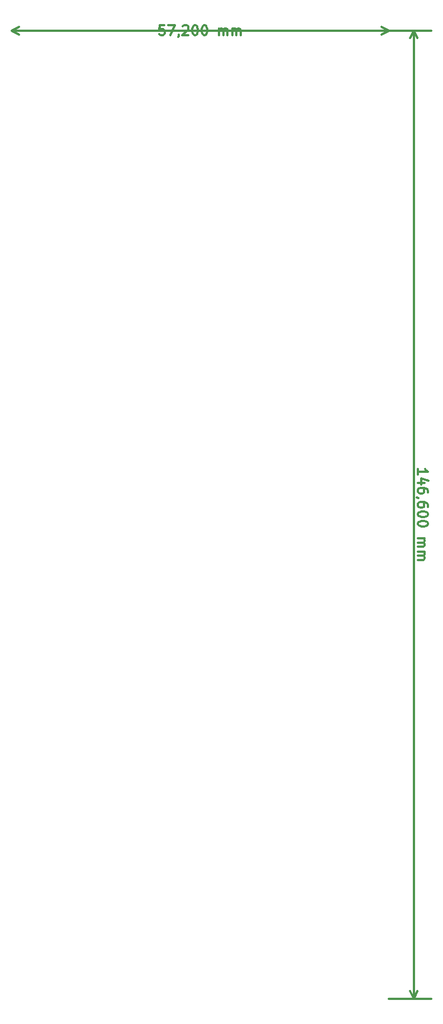
<source format=gbr>
G04 #@! TF.FileFunction,Other,ECO1*
%FSLAX46Y46*%
G04 Gerber Fmt 4.6, Leading zero omitted, Abs format (unit mm)*
G04 Created by KiCad (PCBNEW 4.0.7-e2-6376~58~ubuntu16.04.1) date Mon Oct  9 01:06:08 2017*
%MOMM*%
%LPD*%
G01*
G04 APERTURE LIST*
%ADD10C,0.100000*%
%ADD11C,0.300000*%
G04 APERTURE END LIST*
D10*
D11*
X121821429Y-95228573D02*
X121821429Y-94371430D01*
X121821429Y-94800002D02*
X123321429Y-94800002D01*
X123107143Y-94657145D01*
X122964286Y-94514287D01*
X122892857Y-94371430D01*
X122821429Y-96514287D02*
X121821429Y-96514287D01*
X123392857Y-96157144D02*
X122321429Y-95800001D01*
X122321429Y-96728573D01*
X123321429Y-97942858D02*
X123321429Y-97657144D01*
X123250000Y-97514287D01*
X123178571Y-97442858D01*
X122964286Y-97300001D01*
X122678571Y-97228572D01*
X122107143Y-97228572D01*
X121964286Y-97300001D01*
X121892857Y-97371429D01*
X121821429Y-97514287D01*
X121821429Y-97800001D01*
X121892857Y-97942858D01*
X121964286Y-98014287D01*
X122107143Y-98085715D01*
X122464286Y-98085715D01*
X122607143Y-98014287D01*
X122678571Y-97942858D01*
X122750000Y-97800001D01*
X122750000Y-97514287D01*
X122678571Y-97371429D01*
X122607143Y-97300001D01*
X122464286Y-97228572D01*
X121892857Y-98800000D02*
X121821429Y-98800000D01*
X121678571Y-98728572D01*
X121607143Y-98657143D01*
X123321429Y-100085715D02*
X123321429Y-99800001D01*
X123250000Y-99657144D01*
X123178571Y-99585715D01*
X122964286Y-99442858D01*
X122678571Y-99371429D01*
X122107143Y-99371429D01*
X121964286Y-99442858D01*
X121892857Y-99514286D01*
X121821429Y-99657144D01*
X121821429Y-99942858D01*
X121892857Y-100085715D01*
X121964286Y-100157144D01*
X122107143Y-100228572D01*
X122464286Y-100228572D01*
X122607143Y-100157144D01*
X122678571Y-100085715D01*
X122750000Y-99942858D01*
X122750000Y-99657144D01*
X122678571Y-99514286D01*
X122607143Y-99442858D01*
X122464286Y-99371429D01*
X123321429Y-101157143D02*
X123321429Y-101300000D01*
X123250000Y-101442857D01*
X123178571Y-101514286D01*
X123035714Y-101585715D01*
X122750000Y-101657143D01*
X122392857Y-101657143D01*
X122107143Y-101585715D01*
X121964286Y-101514286D01*
X121892857Y-101442857D01*
X121821429Y-101300000D01*
X121821429Y-101157143D01*
X121892857Y-101014286D01*
X121964286Y-100942857D01*
X122107143Y-100871429D01*
X122392857Y-100800000D01*
X122750000Y-100800000D01*
X123035714Y-100871429D01*
X123178571Y-100942857D01*
X123250000Y-101014286D01*
X123321429Y-101157143D01*
X123321429Y-102585714D02*
X123321429Y-102728571D01*
X123250000Y-102871428D01*
X123178571Y-102942857D01*
X123035714Y-103014286D01*
X122750000Y-103085714D01*
X122392857Y-103085714D01*
X122107143Y-103014286D01*
X121964286Y-102942857D01*
X121892857Y-102871428D01*
X121821429Y-102728571D01*
X121821429Y-102585714D01*
X121892857Y-102442857D01*
X121964286Y-102371428D01*
X122107143Y-102300000D01*
X122392857Y-102228571D01*
X122750000Y-102228571D01*
X123035714Y-102300000D01*
X123178571Y-102371428D01*
X123250000Y-102442857D01*
X123321429Y-102585714D01*
X121821429Y-104871428D02*
X122821429Y-104871428D01*
X122678571Y-104871428D02*
X122750000Y-104942856D01*
X122821429Y-105085714D01*
X122821429Y-105299999D01*
X122750000Y-105442856D01*
X122607143Y-105514285D01*
X121821429Y-105514285D01*
X122607143Y-105514285D02*
X122750000Y-105585714D01*
X122821429Y-105728571D01*
X122821429Y-105942856D01*
X122750000Y-106085714D01*
X122607143Y-106157142D01*
X121821429Y-106157142D01*
X121821429Y-106871428D02*
X122821429Y-106871428D01*
X122678571Y-106871428D02*
X122750000Y-106942856D01*
X122821429Y-107085714D01*
X122821429Y-107299999D01*
X122750000Y-107442856D01*
X122607143Y-107514285D01*
X121821429Y-107514285D01*
X122607143Y-107514285D02*
X122750000Y-107585714D01*
X122821429Y-107728571D01*
X122821429Y-107942856D01*
X122750000Y-108085714D01*
X122607143Y-108157142D01*
X121821429Y-108157142D01*
X121150000Y-28000000D02*
X121150000Y-174600000D01*
X117400000Y-28000000D02*
X123850000Y-28000000D01*
X117400000Y-174600000D02*
X123850000Y-174600000D01*
X121150000Y-174600000D02*
X120563579Y-173473496D01*
X121150000Y-174600000D02*
X121736421Y-173473496D01*
X121150000Y-28000000D02*
X120563579Y-29126504D01*
X121150000Y-28000000D02*
X121736421Y-29126504D01*
X83371430Y-27178571D02*
X82657144Y-27178571D01*
X82585715Y-27892857D01*
X82657144Y-27821429D01*
X82800001Y-27750000D01*
X83157144Y-27750000D01*
X83300001Y-27821429D01*
X83371430Y-27892857D01*
X83442858Y-28035714D01*
X83442858Y-28392857D01*
X83371430Y-28535714D01*
X83300001Y-28607143D01*
X83157144Y-28678571D01*
X82800001Y-28678571D01*
X82657144Y-28607143D01*
X82585715Y-28535714D01*
X83942858Y-27178571D02*
X84942858Y-27178571D01*
X84300001Y-28678571D01*
X85585714Y-28607143D02*
X85585714Y-28678571D01*
X85514286Y-28821429D01*
X85442857Y-28892857D01*
X86157143Y-27321429D02*
X86228572Y-27250000D01*
X86371429Y-27178571D01*
X86728572Y-27178571D01*
X86871429Y-27250000D01*
X86942858Y-27321429D01*
X87014286Y-27464286D01*
X87014286Y-27607143D01*
X86942858Y-27821429D01*
X86085715Y-28678571D01*
X87014286Y-28678571D01*
X87942857Y-27178571D02*
X88085714Y-27178571D01*
X88228571Y-27250000D01*
X88300000Y-27321429D01*
X88371429Y-27464286D01*
X88442857Y-27750000D01*
X88442857Y-28107143D01*
X88371429Y-28392857D01*
X88300000Y-28535714D01*
X88228571Y-28607143D01*
X88085714Y-28678571D01*
X87942857Y-28678571D01*
X87800000Y-28607143D01*
X87728571Y-28535714D01*
X87657143Y-28392857D01*
X87585714Y-28107143D01*
X87585714Y-27750000D01*
X87657143Y-27464286D01*
X87728571Y-27321429D01*
X87800000Y-27250000D01*
X87942857Y-27178571D01*
X89371428Y-27178571D02*
X89514285Y-27178571D01*
X89657142Y-27250000D01*
X89728571Y-27321429D01*
X89800000Y-27464286D01*
X89871428Y-27750000D01*
X89871428Y-28107143D01*
X89800000Y-28392857D01*
X89728571Y-28535714D01*
X89657142Y-28607143D01*
X89514285Y-28678571D01*
X89371428Y-28678571D01*
X89228571Y-28607143D01*
X89157142Y-28535714D01*
X89085714Y-28392857D01*
X89014285Y-28107143D01*
X89014285Y-27750000D01*
X89085714Y-27464286D01*
X89157142Y-27321429D01*
X89228571Y-27250000D01*
X89371428Y-27178571D01*
X91657142Y-28678571D02*
X91657142Y-27678571D01*
X91657142Y-27821429D02*
X91728570Y-27750000D01*
X91871428Y-27678571D01*
X92085713Y-27678571D01*
X92228570Y-27750000D01*
X92299999Y-27892857D01*
X92299999Y-28678571D01*
X92299999Y-27892857D02*
X92371428Y-27750000D01*
X92514285Y-27678571D01*
X92728570Y-27678571D01*
X92871428Y-27750000D01*
X92942856Y-27892857D01*
X92942856Y-28678571D01*
X93657142Y-28678571D02*
X93657142Y-27678571D01*
X93657142Y-27821429D02*
X93728570Y-27750000D01*
X93871428Y-27678571D01*
X94085713Y-27678571D01*
X94228570Y-27750000D01*
X94299999Y-27892857D01*
X94299999Y-28678571D01*
X94299999Y-27892857D02*
X94371428Y-27750000D01*
X94514285Y-27678571D01*
X94728570Y-27678571D01*
X94871428Y-27750000D01*
X94942856Y-27892857D01*
X94942856Y-28678571D01*
X60200000Y-28000000D02*
X117400000Y-28000000D01*
X60200000Y-28000000D02*
X60200000Y-28000000D01*
X117400000Y-28000000D02*
X117400000Y-28000000D01*
X117400000Y-28000000D02*
X116273496Y-28586421D01*
X117400000Y-28000000D02*
X116273496Y-27413579D01*
X60200000Y-28000000D02*
X61326504Y-28586421D01*
X60200000Y-28000000D02*
X61326504Y-27413579D01*
M02*

</source>
